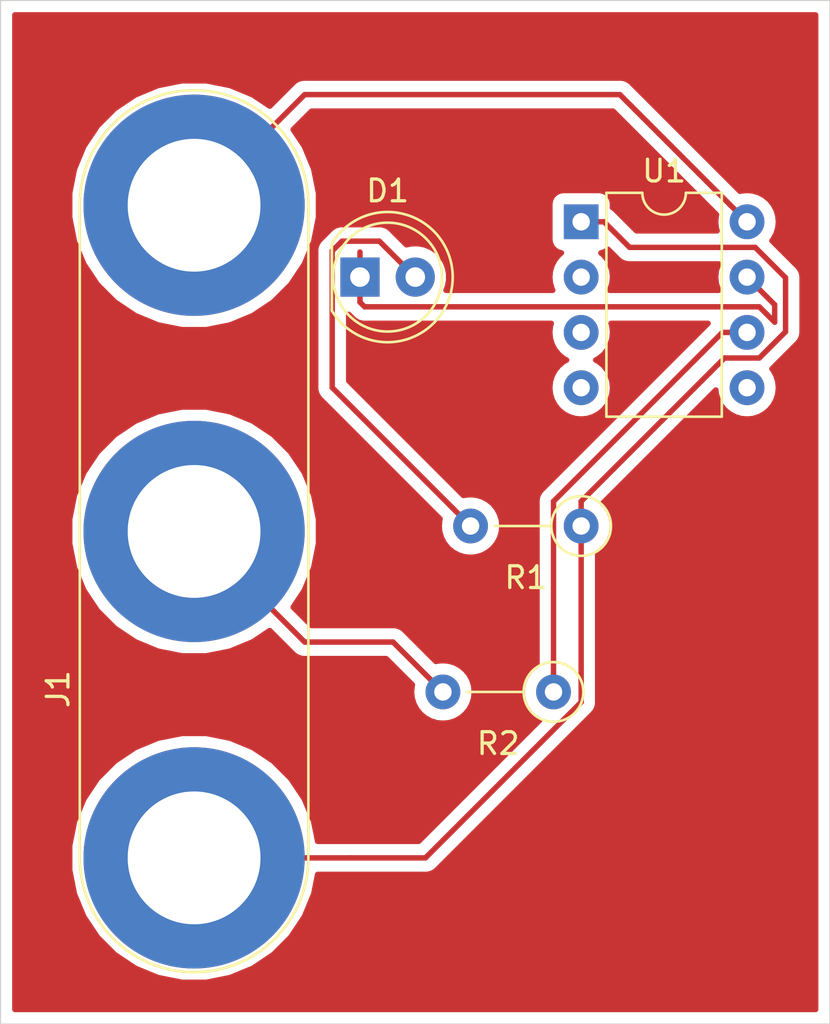
<source format=kicad_pcb>
(kicad_pcb (version 20171130) (host pcbnew "(5.1.4)-1")

  (general
    (thickness 1.6)
    (drawings 4)
    (tracks 38)
    (zones 0)
    (modules 5)
    (nets 11)
  )

  (page A4)
  (title_block
    (title tutor1)
  )

  (layers
    (0 F.Cu signal)
    (31 B.Cu signal)
    (32 B.Adhes user)
    (33 F.Adhes user)
    (34 B.Paste user)
    (35 F.Paste user)
    (36 B.SilkS user)
    (37 F.SilkS user)
    (38 B.Mask user)
    (39 F.Mask user)
    (40 Dwgs.User user)
    (41 Cmts.User user)
    (42 Eco1.User user)
    (43 Eco2.User user)
    (44 Edge.Cuts user)
    (45 Margin user)
    (46 B.CrtYd user)
    (47 F.CrtYd user)
    (48 B.Fab user)
    (49 F.Fab user)
  )

  (setup
    (last_trace_width 0.25)
    (trace_clearance 0.25)
    (zone_clearance 0.508)
    (zone_45_only no)
    (trace_min 0.25)
    (via_size 0.6)
    (via_drill 0.4)
    (via_min_size 0.4)
    (via_min_drill 0.3)
    (uvia_size 0.3)
    (uvia_drill 0.1)
    (uvias_allowed no)
    (uvia_min_size 0.2)
    (uvia_min_drill 0.1)
    (edge_width 0.05)
    (segment_width 0.2)
    (pcb_text_width 0.3)
    (pcb_text_size 1.5 1.5)
    (mod_edge_width 0.12)
    (mod_text_size 1 1)
    (mod_text_width 0.15)
    (pad_size 1.524 1.524)
    (pad_drill 0.762)
    (pad_to_mask_clearance 0.051)
    (solder_mask_min_width 0.25)
    (aux_axis_origin 0 0)
    (visible_elements FFFFFF7F)
    (pcbplotparams
      (layerselection 0x010fc_ffffffff)
      (usegerberextensions false)
      (usegerberattributes false)
      (usegerberadvancedattributes false)
      (creategerberjobfile false)
      (excludeedgelayer true)
      (linewidth 0.100000)
      (plotframeref false)
      (viasonmask false)
      (mode 1)
      (useauxorigin false)
      (hpglpennumber 1)
      (hpglpenspeed 20)
      (hpglpendiameter 15.000000)
      (psnegative false)
      (psa4output false)
      (plotreference true)
      (plotvalue true)
      (plotinvisibletext false)
      (padsonsilk false)
      (subtractmaskfromsilk false)
      (outputformat 1)
      (mirror false)
      (drillshape 1)
      (scaleselection 1)
      (outputdirectory ""))
  )

  (net 0 "")
  (net 1 /uCtoLED)
  (net 2 /LEDtoR)
  (net 3 VCC)
  (net 4 GND)
  (net 5 "Net-(J1-Pad2)")
  (net 6 /INPUT)
  (net 7 "Net-(U1-Pad5)")
  (net 8 "Net-(U1-Pad2)")
  (net 9 "Net-(U1-Pad3)")
  (net 10 "Net-(U1-Pad4)")

  (net_class Default "これはデフォルトのネット クラスです。"
    (clearance 0.25)
    (trace_width 0.25)
    (via_dia 0.6)
    (via_drill 0.4)
    (uvia_dia 0.3)
    (uvia_drill 0.1)
    (diff_pair_width 0.25)
    (diff_pair_gap 0.25)
    (add_net /INPUT)
    (add_net /LEDtoR)
    (add_net /uCtoLED)
    (add_net GND)
    (add_net "Net-(J1-Pad2)")
    (add_net "Net-(U1-Pad2)")
    (add_net "Net-(U1-Pad3)")
    (add_net "Net-(U1-Pad4)")
    (add_net "Net-(U1-Pad5)")
    (add_net VCC)
  )

  (module LED_THT:LED_D5.0mm (layer F.Cu) (tedit 5995936A) (tstamp 5DC31347)
    (at 63.5 115.57)
    (descr "LED, diameter 5.0mm, 2 pins, http://cdn-reichelt.de/documents/datenblatt/A500/LL-504BC2E-009.pdf")
    (tags "LED diameter 5.0mm 2 pins")
    (path /5DC12B79)
    (fp_text reference D1 (at 1.27 -3.96) (layer F.SilkS)
      (effects (font (size 1 1) (thickness 0.15)))
    )
    (fp_text value LED (at 1.27 3.96) (layer F.Fab)
      (effects (font (size 1 1) (thickness 0.15)))
    )
    (fp_arc (start 1.27 0) (end -1.23 -1.469694) (angle 299.1) (layer F.Fab) (width 0.1))
    (fp_arc (start 1.27 0) (end -1.29 -1.54483) (angle 148.9) (layer F.SilkS) (width 0.12))
    (fp_arc (start 1.27 0) (end -1.29 1.54483) (angle -148.9) (layer F.SilkS) (width 0.12))
    (fp_circle (center 1.27 0) (end 3.77 0) (layer F.Fab) (width 0.1))
    (fp_circle (center 1.27 0) (end 3.77 0) (layer F.SilkS) (width 0.12))
    (fp_line (start -1.23 -1.469694) (end -1.23 1.469694) (layer F.Fab) (width 0.1))
    (fp_line (start -1.29 -1.545) (end -1.29 1.545) (layer F.SilkS) (width 0.12))
    (fp_line (start -1.95 -3.25) (end -1.95 3.25) (layer F.CrtYd) (width 0.05))
    (fp_line (start -1.95 3.25) (end 4.5 3.25) (layer F.CrtYd) (width 0.05))
    (fp_line (start 4.5 3.25) (end 4.5 -3.25) (layer F.CrtYd) (width 0.05))
    (fp_line (start 4.5 -3.25) (end -1.95 -3.25) (layer F.CrtYd) (width 0.05))
    (fp_text user %R (at 1.27 -1.27) (layer F.Fab)
      (effects (font (size 0.8 0.8) (thickness 0.2)))
    )
    (pad 1 thru_hole rect (at 0 0) (size 1.8 1.8) (drill 0.9) (layers *.Cu *.Mask)
      (net 1 /uCtoLED))
    (pad 2 thru_hole circle (at 2.54 0) (size 1.8 1.8) (drill 0.9) (layers *.Cu *.Mask)
      (net 2 /LEDtoR))
    (model ${KISYS3DMOD}/LED_THT.3dshapes/LED_D5.0mm.wrl
      (at (xyz 0 0 0))
      (scale (xyz 1 1 1))
      (rotate (xyz 0 0 0))
    )
  )

  (module Connector:Banana_Jack_3Pin (layer F.Cu) (tedit 5A1AB217) (tstamp 5DC3135D)
    (at 55.88 142.24 90)
    (descr "Triple banana socket, footprint - 3 x 6mm drills")
    (tags "banana socket")
    (path /5DC2D9C6)
    (fp_text reference J1 (at 7.75 -6.25 90) (layer F.SilkS)
      (effects (font (size 1 1) (thickness 0.15)))
    )
    (fp_text value MYCONN3 (at 22.5 -6.25 90) (layer F.Fab)
      (effects (font (size 1 1) (thickness 0.15)))
    )
    (fp_text user %R (at 14.99 0 90) (layer F.Fab)
      (effects (font (size 0.8 0.8) (thickness 0.12)))
    )
    (fp_line (start 30 5.5) (end 0 5.5) (layer F.CrtYd) (width 0.05))
    (fp_line (start 0 -5.5) (end 30 -5.5) (layer F.CrtYd) (width 0.05))
    (fp_line (start 0 5.25) (end 30 5.25) (layer F.SilkS) (width 0.12))
    (fp_line (start 30 -5.25) (end 0 -5.25) (layer F.SilkS) (width 0.12))
    (fp_circle (center 30 0) (end 30 -2) (layer F.Fab) (width 0.1))
    (fp_circle (center 30 0) (end 30 -4.75) (layer F.Fab) (width 0.1))
    (fp_circle (center 15 0) (end 19.75 0) (layer F.Fab) (width 0.1))
    (fp_circle (center 15 0) (end 17 0) (layer F.Fab) (width 0.1))
    (fp_circle (center 0 0) (end 4.75 0) (layer F.Fab) (width 0.1))
    (fp_circle (center 0 0) (end 2 0) (layer F.Fab) (width 0.1))
    (fp_arc (start 0 0) (end 0 5.5) (angle 180) (layer F.CrtYd) (width 0.05))
    (fp_arc (start 30 0) (end 30 -5.5) (angle 180) (layer F.CrtYd) (width 0.05))
    (fp_arc (start 30 0) (end 30 -5.25) (angle 180) (layer F.SilkS) (width 0.12))
    (fp_arc (start 0 0) (end 0 5.25) (angle 180) (layer F.SilkS) (width 0.12))
    (pad 1 thru_hole circle (at 0 0 90) (size 10.16 10.16) (drill 6.1) (layers *.Cu *.Mask)
      (net 3 VCC))
    (pad 3 thru_hole circle (at 29.97 0 90) (size 10.16 10.16) (drill 6.1) (layers *.Cu *.Mask)
      (net 4 GND))
    (pad 2 thru_hole circle (at 14.99 0 90) (size 10.16 10.16) (drill 6.1) (layers *.Cu *.Mask)
      (net 5 "Net-(J1-Pad2)"))
    (model ${KISYS3DMOD}/Connector.3dshapes/Banana_Jack_3Pin.wrl
      (offset (xyz 14.9999997746626 0 0))
      (scale (xyz 2 2 2))
      (rotate (xyz 0 0 0))
    )
  )

  (module Resistor_THT:R_Axial_DIN0207_L6.3mm_D2.5mm_P5.08mm_Vertical (layer F.Cu) (tedit 5AE5139B) (tstamp 5DC3136C)
    (at 73.66 127 180)
    (descr "Resistor, Axial_DIN0207 series, Axial, Vertical, pin pitch=5.08mm, 0.25W = 1/4W, length*diameter=6.3*2.5mm^2, http://cdn-reichelt.de/documents/datenblatt/B400/1_4W%23YAG.pdf")
    (tags "Resistor Axial_DIN0207 series Axial Vertical pin pitch 5.08mm 0.25W = 1/4W length 6.3mm diameter 2.5mm")
    (path /5DC083C7)
    (fp_text reference R1 (at 2.54 -2.37) (layer F.SilkS)
      (effects (font (size 1 1) (thickness 0.15)))
    )
    (fp_text value 1k (at 2.54 2.37) (layer F.Fab)
      (effects (font (size 1 1) (thickness 0.15)))
    )
    (fp_circle (center 0 0) (end 1.25 0) (layer F.Fab) (width 0.1))
    (fp_circle (center 0 0) (end 1.37 0) (layer F.SilkS) (width 0.12))
    (fp_line (start 0 0) (end 5.08 0) (layer F.Fab) (width 0.1))
    (fp_line (start 1.37 0) (end 3.98 0) (layer F.SilkS) (width 0.12))
    (fp_line (start -1.5 -1.5) (end -1.5 1.5) (layer F.CrtYd) (width 0.05))
    (fp_line (start -1.5 1.5) (end 6.13 1.5) (layer F.CrtYd) (width 0.05))
    (fp_line (start 6.13 1.5) (end 6.13 -1.5) (layer F.CrtYd) (width 0.05))
    (fp_line (start 6.13 -1.5) (end -1.5 -1.5) (layer F.CrtYd) (width 0.05))
    (fp_text user %R (at 2.54 -2.37) (layer F.Fab)
      (effects (font (size 1 1) (thickness 0.15)))
    )
    (pad 1 thru_hole circle (at 0 0 180) (size 1.6 1.6) (drill 0.8) (layers *.Cu *.Mask)
      (net 3 VCC))
    (pad 2 thru_hole oval (at 5.08 0 180) (size 1.6 1.6) (drill 0.8) (layers *.Cu *.Mask)
      (net 2 /LEDtoR))
    (model ${KISYS3DMOD}/Resistor_THT.3dshapes/R_Axial_DIN0207_L6.3mm_D2.5mm_P5.08mm_Vertical.wrl
      (at (xyz 0 0 0))
      (scale (xyz 1 1 1))
      (rotate (xyz 0 0 0))
    )
  )

  (module Resistor_THT:R_Axial_DIN0207_L6.3mm_D2.5mm_P5.08mm_Vertical (layer F.Cu) (tedit 5AE5139B) (tstamp 5DC3137B)
    (at 72.39 134.62 180)
    (descr "Resistor, Axial_DIN0207 series, Axial, Vertical, pin pitch=5.08mm, 0.25W = 1/4W, length*diameter=6.3*2.5mm^2, http://cdn-reichelt.de/documents/datenblatt/B400/1_4W%23YAG.pdf")
    (tags "Resistor Axial_DIN0207 series Axial Vertical pin pitch 5.08mm 0.25W = 1/4W length 6.3mm diameter 2.5mm")
    (path /5DC09AF4)
    (fp_text reference R2 (at 2.54 -2.37) (layer F.SilkS)
      (effects (font (size 1 1) (thickness 0.15)))
    )
    (fp_text value 100 (at 2.54 2.37) (layer F.Fab)
      (effects (font (size 1 1) (thickness 0.15)))
    )
    (fp_text user %R (at 2.54 -2.37) (layer F.Fab)
      (effects (font (size 1 1) (thickness 0.15)))
    )
    (fp_line (start 6.13 -1.5) (end -1.5 -1.5) (layer F.CrtYd) (width 0.05))
    (fp_line (start 6.13 1.5) (end 6.13 -1.5) (layer F.CrtYd) (width 0.05))
    (fp_line (start -1.5 1.5) (end 6.13 1.5) (layer F.CrtYd) (width 0.05))
    (fp_line (start -1.5 -1.5) (end -1.5 1.5) (layer F.CrtYd) (width 0.05))
    (fp_line (start 1.37 0) (end 3.98 0) (layer F.SilkS) (width 0.12))
    (fp_line (start 0 0) (end 5.08 0) (layer F.Fab) (width 0.1))
    (fp_circle (center 0 0) (end 1.37 0) (layer F.SilkS) (width 0.12))
    (fp_circle (center 0 0) (end 1.25 0) (layer F.Fab) (width 0.1))
    (pad 2 thru_hole oval (at 5.08 0 180) (size 1.6 1.6) (drill 0.8) (layers *.Cu *.Mask)
      (net 5 "Net-(J1-Pad2)"))
    (pad 1 thru_hole circle (at 0 0 180) (size 1.6 1.6) (drill 0.8) (layers *.Cu *.Mask)
      (net 6 /INPUT))
    (model ${KISYS3DMOD}/Resistor_THT.3dshapes/R_Axial_DIN0207_L6.3mm_D2.5mm_P5.08mm_Vertical.wrl
      (at (xyz 0 0 0))
      (scale (xyz 1 1 1))
      (rotate (xyz 0 0 0))
    )
  )

  (module Package_DIP:DIP-8_W7.62mm (layer F.Cu) (tedit 5A02E8C5) (tstamp 5DC31397)
    (at 73.66 113.03)
    (descr "8-lead though-hole mounted DIP package, row spacing 7.62 mm (300 mils)")
    (tags "THT DIP DIL PDIP 2.54mm 7.62mm 300mil")
    (path /5DC0B58A)
    (fp_text reference U1 (at 3.81 -2.33) (layer F.SilkS)
      (effects (font (size 1 1) (thickness 0.15)))
    )
    (fp_text value PIC12C508A-ISN (at 3.81 9.95) (layer F.Fab)
      (effects (font (size 1 1) (thickness 0.15)))
    )
    (fp_arc (start 3.81 -1.33) (end 2.81 -1.33) (angle -180) (layer F.SilkS) (width 0.12))
    (fp_line (start 1.635 -1.27) (end 6.985 -1.27) (layer F.Fab) (width 0.1))
    (fp_line (start 6.985 -1.27) (end 6.985 8.89) (layer F.Fab) (width 0.1))
    (fp_line (start 6.985 8.89) (end 0.635 8.89) (layer F.Fab) (width 0.1))
    (fp_line (start 0.635 8.89) (end 0.635 -0.27) (layer F.Fab) (width 0.1))
    (fp_line (start 0.635 -0.27) (end 1.635 -1.27) (layer F.Fab) (width 0.1))
    (fp_line (start 2.81 -1.33) (end 1.16 -1.33) (layer F.SilkS) (width 0.12))
    (fp_line (start 1.16 -1.33) (end 1.16 8.95) (layer F.SilkS) (width 0.12))
    (fp_line (start 1.16 8.95) (end 6.46 8.95) (layer F.SilkS) (width 0.12))
    (fp_line (start 6.46 8.95) (end 6.46 -1.33) (layer F.SilkS) (width 0.12))
    (fp_line (start 6.46 -1.33) (end 4.81 -1.33) (layer F.SilkS) (width 0.12))
    (fp_line (start -1.1 -1.55) (end -1.1 9.15) (layer F.CrtYd) (width 0.05))
    (fp_line (start -1.1 9.15) (end 8.7 9.15) (layer F.CrtYd) (width 0.05))
    (fp_line (start 8.7 9.15) (end 8.7 -1.55) (layer F.CrtYd) (width 0.05))
    (fp_line (start 8.7 -1.55) (end -1.1 -1.55) (layer F.CrtYd) (width 0.05))
    (fp_text user %R (at 3.954999 4.154999) (layer F.Fab)
      (effects (font (size 1 1) (thickness 0.15)))
    )
    (pad 1 thru_hole rect (at 0 0) (size 1.6 1.6) (drill 0.8) (layers *.Cu *.Mask)
      (net 3 VCC))
    (pad 5 thru_hole oval (at 7.62 7.62) (size 1.6 1.6) (drill 0.8) (layers *.Cu *.Mask)
      (net 7 "Net-(U1-Pad5)"))
    (pad 2 thru_hole oval (at 0 2.54) (size 1.6 1.6) (drill 0.8) (layers *.Cu *.Mask)
      (net 8 "Net-(U1-Pad2)"))
    (pad 6 thru_hole oval (at 7.62 5.08) (size 1.6 1.6) (drill 0.8) (layers *.Cu *.Mask)
      (net 6 /INPUT))
    (pad 3 thru_hole oval (at 0 5.08) (size 1.6 1.6) (drill 0.8) (layers *.Cu *.Mask)
      (net 9 "Net-(U1-Pad3)"))
    (pad 7 thru_hole oval (at 7.62 2.54) (size 1.6 1.6) (drill 0.8) (layers *.Cu *.Mask)
      (net 1 /uCtoLED))
    (pad 4 thru_hole oval (at 0 7.62) (size 1.6 1.6) (drill 0.8) (layers *.Cu *.Mask)
      (net 10 "Net-(U1-Pad4)"))
    (pad 8 thru_hole oval (at 7.62 0) (size 1.6 1.6) (drill 0.8) (layers *.Cu *.Mask)
      (net 4 GND))
    (model ${KISYS3DMOD}/Package_DIP.3dshapes/DIP-8_W7.62mm.wrl
      (at (xyz 0 0 0))
      (scale (xyz 1 1 1))
      (rotate (xyz 0 0 0))
    )
  )

  (gr_line (start 85.09 102.87) (end 46.99 102.87) (layer Edge.Cuts) (width 0.05) (tstamp 5DC31BBE))
  (gr_line (start 85.09 149.86) (end 85.09 102.87) (layer Edge.Cuts) (width 0.05))
  (gr_line (start 46.99 149.86) (end 85.09 149.86) (layer Edge.Cuts) (width 0.05))
  (gr_line (start 46.99 102.87) (end 46.99 149.86) (layer Edge.Cuts) (width 0.05))

  (segment (start 63.5 116.72) (end 63.5 115.57) (width 0.25) (layer F.Cu) (net 1))
  (segment (start 63.714999 116.934999) (end 63.5 116.72) (width 0.25) (layer F.Cu) (net 1))
  (segment (start 81.844001 116.934999) (end 63.714999 116.934999) (width 0.25) (layer F.Cu) (net 1))
  (segment (start 82.55 117.640998) (end 81.844001 116.934999) (width 0.25) (layer F.Cu) (net 1))
  (segment (start 82.55 116.84) (end 82.55 117.640998) (width 0.25) (layer F.Cu) (net 1))
  (segment (start 81.28 115.57) (end 82.55 116.84) (width 0.25) (layer F.Cu) (net 1))
  (segment (start 63.5 115.57) (end 63.5 114.42) (width 0.25) (layer F.Cu) (net 1))
  (segment (start 67.780001 126.200001) (end 68.58 127) (width 0.25) (layer F.Cu) (net 2))
  (segment (start 62.224999 120.644999) (end 67.780001 126.200001) (width 0.25) (layer F.Cu) (net 2))
  (segment (start 62.224999 114.369999) (end 62.224999 120.644999) (width 0.25) (layer F.Cu) (net 2))
  (segment (start 62.675008 113.91999) (end 62.224999 114.369999) (width 0.25) (layer F.Cu) (net 2))
  (segment (start 64.38999 113.91999) (end 62.675008 113.91999) (width 0.25) (layer F.Cu) (net 2))
  (segment (start 66.04 115.57) (end 64.38999 113.91999) (width 0.25) (layer F.Cu) (net 2))
  (segment (start 55.88 142.24) (end 55.88 143.51) (width 0.25) (layer F.Cu) (net 3))
  (segment (start 74.71 113.03) (end 73.66 113.03) (width 0.25) (layer F.Cu) (net 3))
  (segment (start 81.654003 114.205001) (end 75.885001 114.205001) (width 0.25) (layer F.Cu) (net 3))
  (segment (start 83.05001 115.601008) (end 81.654003 114.205001) (width 0.25) (layer F.Cu) (net 3))
  (segment (start 75.885001 114.205001) (end 74.71 113.03) (width 0.25) (layer F.Cu) (net 3))
  (segment (start 83.05001 118.078992) (end 83.05001 115.601008) (width 0.25) (layer F.Cu) (net 3))
  (segment (start 81.844001 119.285001) (end 83.05001 118.078992) (width 0.25) (layer F.Cu) (net 3))
  (segment (start 80.243629 119.285001) (end 81.844001 119.285001) (width 0.25) (layer F.Cu) (net 3))
  (segment (start 73.66 125.86863) (end 80.243629 119.285001) (width 0.25) (layer F.Cu) (net 3))
  (segment (start 73.66 127) (end 73.66 125.86863) (width 0.25) (layer F.Cu) (net 3))
  (segment (start 63.064204 142.24) (end 55.88 142.24) (width 0.25) (layer F.Cu) (net 3))
  (segment (start 66.509002 142.24) (end 63.064204 142.24) (width 0.25) (layer F.Cu) (net 3))
  (segment (start 73.66 135.089002) (end 66.509002 142.24) (width 0.25) (layer F.Cu) (net 3))
  (segment (start 73.66 127) (end 73.66 135.089002) (width 0.25) (layer F.Cu) (net 3))
  (segment (start 80.480001 112.230001) (end 81.28 113.03) (width 0.25) (layer F.Cu) (net 4))
  (segment (start 75.440001 107.190001) (end 80.480001 112.230001) (width 0.25) (layer F.Cu) (net 4))
  (segment (start 60.959999 107.190001) (end 75.440001 107.190001) (width 0.25) (layer F.Cu) (net 4))
  (segment (start 55.88 112.27) (end 60.959999 107.190001) (width 0.25) (layer F.Cu) (net 4))
  (segment (start 66.510001 133.820001) (end 67.31 134.62) (width 0.25) (layer F.Cu) (net 5))
  (segment (start 65.019999 132.329999) (end 66.510001 133.820001) (width 0.25) (layer F.Cu) (net 5))
  (segment (start 60.959999 132.329999) (end 65.019999 132.329999) (width 0.25) (layer F.Cu) (net 5))
  (segment (start 55.88 127.25) (end 60.959999 132.329999) (width 0.25) (layer F.Cu) (net 5))
  (segment (start 80.14863 118.11) (end 81.28 118.11) (width 0.25) (layer F.Cu) (net 6))
  (segment (start 72.39 125.86863) (end 80.14863 118.11) (width 0.25) (layer F.Cu) (net 6))
  (segment (start 72.39 134.62) (end 72.39 125.86863) (width 0.25) (layer F.Cu) (net 6))

  (zone (net 0) (net_name "") (layer F.Cu) (tstamp 5DC31E81) (hatch edge 0.508)
    (connect_pads (clearance 0.508))
    (min_thickness 0.254)
    (fill yes (arc_segments 32) (thermal_gap 0.508) (thermal_bridge_width 0.508))
    (polygon
      (pts
        (xy 46.99 102.87) (xy 46.99 149.86) (xy 85.09 149.86) (xy 85.09 102.87)
      )
    )
    (filled_polygon
      (pts
        (xy 84.43 149.2) (xy 47.65 149.2) (xy 47.65 126.687122) (xy 50.165 126.687122) (xy 50.165 127.812878)
        (xy 50.384625 128.917004) (xy 50.815433 129.957067) (xy 51.44087 130.8931) (xy 52.2369 131.68913) (xy 53.172933 132.314567)
        (xy 54.212996 132.745375) (xy 55.317122 132.965) (xy 56.442878 132.965) (xy 57.547004 132.745375) (xy 58.587067 132.314567)
        (xy 59.355988 131.800791) (xy 60.396204 132.841007) (xy 60.419998 132.87) (xy 60.448991 132.893794) (xy 60.448995 132.893798)
        (xy 60.519684 132.95181) (xy 60.535723 132.964973) (xy 60.667752 133.035545) (xy 60.811013 133.079002) (xy 60.922666 133.089999)
        (xy 60.922675 133.089999) (xy 60.959998 133.093675) (xy 60.997321 133.089999) (xy 64.705198 133.089999) (xy 65.909292 134.294094)
        (xy 65.895764 134.338691) (xy 65.868057 134.62) (xy 65.895764 134.901309) (xy 65.977818 135.171808) (xy 66.111068 135.421101)
        (xy 66.290392 135.639608) (xy 66.508899 135.818932) (xy 66.758192 135.952182) (xy 67.028691 136.034236) (xy 67.239508 136.055)
        (xy 67.380492 136.055) (xy 67.591309 136.034236) (xy 67.861808 135.952182) (xy 68.111101 135.818932) (xy 68.329608 135.639608)
        (xy 68.508932 135.421101) (xy 68.642182 135.171808) (xy 68.724236 134.901309) (xy 68.751943 134.62) (xy 68.724236 134.338691)
        (xy 68.642182 134.068192) (xy 68.508932 133.818899) (xy 68.329608 133.600392) (xy 68.111101 133.421068) (xy 67.861808 133.287818)
        (xy 67.591309 133.205764) (xy 67.380492 133.185) (xy 67.239508 133.185) (xy 67.028691 133.205764) (xy 66.984094 133.219292)
        (xy 65.583803 131.819002) (xy 65.56 131.789998) (xy 65.444275 131.695025) (xy 65.312246 131.624453) (xy 65.168985 131.580996)
        (xy 65.057332 131.569999) (xy 65.057321 131.569999) (xy 65.019999 131.566323) (xy 64.982677 131.569999) (xy 61.274802 131.569999)
        (xy 60.430791 130.725988) (xy 60.944567 129.957067) (xy 61.375375 128.917004) (xy 61.595 127.812878) (xy 61.595 126.687122)
        (xy 61.375375 125.582996) (xy 60.944567 124.542933) (xy 60.31913 123.6069) (xy 59.5231 122.81087) (xy 58.587067 122.185433)
        (xy 57.547004 121.754625) (xy 56.442878 121.535) (xy 55.317122 121.535) (xy 54.212996 121.754625) (xy 53.172933 122.185433)
        (xy 52.2369 122.81087) (xy 51.44087 123.6069) (xy 50.815433 124.542933) (xy 50.384625 125.582996) (xy 50.165 126.687122)
        (xy 47.65 126.687122) (xy 47.65 111.707122) (xy 50.165 111.707122) (xy 50.165 112.832878) (xy 50.384625 113.937004)
        (xy 50.815433 114.977067) (xy 51.44087 115.9131) (xy 52.2369 116.70913) (xy 53.172933 117.334567) (xy 54.212996 117.765375)
        (xy 55.317122 117.985) (xy 56.442878 117.985) (xy 57.547004 117.765375) (xy 58.587067 117.334567) (xy 59.5231 116.70913)
        (xy 60.31913 115.9131) (xy 60.944567 114.977067) (xy 61.375375 113.937004) (xy 61.595 112.832878) (xy 61.595 111.707122)
        (xy 61.375375 110.602996) (xy 60.944567 109.562933) (xy 60.430791 108.794012) (xy 61.274802 107.950001) (xy 75.1252 107.950001)
        (xy 79.879292 112.704094) (xy 79.865764 112.748691) (xy 79.838057 113.03) (xy 79.865764 113.311309) (xy 79.906319 113.445001)
        (xy 76.199803 113.445001) (xy 75.273804 112.519003) (xy 75.250001 112.489999) (xy 75.134276 112.395026) (xy 75.098072 112.375674)
        (xy 75.098072 112.23) (xy 75.085812 112.105518) (xy 75.049502 111.98582) (xy 74.990537 111.875506) (xy 74.911185 111.778815)
        (xy 74.814494 111.699463) (xy 74.70418 111.640498) (xy 74.584482 111.604188) (xy 74.46 111.591928) (xy 72.86 111.591928)
        (xy 72.735518 111.604188) (xy 72.61582 111.640498) (xy 72.505506 111.699463) (xy 72.408815 111.778815) (xy 72.329463 111.875506)
        (xy 72.270498 111.98582) (xy 72.234188 112.105518) (xy 72.221928 112.23) (xy 72.221928 113.83) (xy 72.234188 113.954482)
        (xy 72.270498 114.07418) (xy 72.329463 114.184494) (xy 72.408815 114.281185) (xy 72.505506 114.360537) (xy 72.61582 114.419502)
        (xy 72.735518 114.455812) (xy 72.753482 114.457581) (xy 72.640392 114.550392) (xy 72.461068 114.768899) (xy 72.327818 115.018192)
        (xy 72.245764 115.288691) (xy 72.218057 115.57) (xy 72.245764 115.851309) (xy 72.327818 116.121808) (xy 72.356249 116.174999)
        (xy 67.450873 116.174999) (xy 67.516011 116.017743) (xy 67.575 115.721184) (xy 67.575 115.418816) (xy 67.516011 115.122257)
        (xy 67.400299 114.842905) (xy 67.232312 114.591495) (xy 67.018505 114.377688) (xy 66.767095 114.209701) (xy 66.487743 114.093989)
        (xy 66.191184 114.035) (xy 65.888816 114.035) (xy 65.63107 114.086269) (xy 64.953794 113.408993) (xy 64.929991 113.379989)
        (xy 64.814266 113.285016) (xy 64.682237 113.214444) (xy 64.538976 113.170987) (xy 64.427323 113.15999) (xy 64.427312 113.15999)
        (xy 64.38999 113.156314) (xy 64.352668 113.15999) (xy 62.712331 113.15999) (xy 62.675008 113.156314) (xy 62.637685 113.15999)
        (xy 62.637675 113.15999) (xy 62.526022 113.170987) (xy 62.382761 113.214444) (xy 62.250732 113.285016) (xy 62.135007 113.379989)
        (xy 62.111204 113.408993) (xy 61.714002 113.806195) (xy 61.684998 113.829998) (xy 61.643964 113.879999) (xy 61.590025 113.945723)
        (xy 61.563299 113.995724) (xy 61.519453 114.077753) (xy 61.475996 114.221014) (xy 61.464999 114.332667) (xy 61.464999 114.332677)
        (xy 61.461323 114.369999) (xy 61.464999 114.407322) (xy 61.465 120.607667) (xy 61.461323 120.644999) (xy 61.475997 120.793984)
        (xy 61.519453 120.937245) (xy 61.590025 121.069275) (xy 61.6612 121.156001) (xy 61.684999 121.185) (xy 61.713997 121.208798)
        (xy 67.179292 126.674094) (xy 67.165764 126.718691) (xy 67.138057 127) (xy 67.165764 127.281309) (xy 67.247818 127.551808)
        (xy 67.381068 127.801101) (xy 67.560392 128.019608) (xy 67.778899 128.198932) (xy 68.028192 128.332182) (xy 68.298691 128.414236)
        (xy 68.509508 128.435) (xy 68.650492 128.435) (xy 68.861309 128.414236) (xy 69.131808 128.332182) (xy 69.381101 128.198932)
        (xy 69.599608 128.019608) (xy 69.778932 127.801101) (xy 69.912182 127.551808) (xy 69.994236 127.281309) (xy 70.021943 127)
        (xy 69.994236 126.718691) (xy 69.912182 126.448192) (xy 69.778932 126.198899) (xy 69.599608 125.980392) (xy 69.381101 125.801068)
        (xy 69.131808 125.667818) (xy 68.861309 125.585764) (xy 68.650492 125.565) (xy 68.509508 125.565) (xy 68.298691 125.585764)
        (xy 68.254094 125.599292) (xy 62.984999 120.330198) (xy 62.984999 117.280518) (xy 62.989003 117.283804) (xy 63.151195 117.445996)
        (xy 63.174998 117.475) (xy 63.290723 117.569973) (xy 63.422752 117.640545) (xy 63.469472 117.654717) (xy 63.566013 117.684002)
        (xy 63.714999 117.698676) (xy 63.752332 117.694999) (xy 72.286319 117.694999) (xy 72.245764 117.828691) (xy 72.218057 118.11)
        (xy 72.245764 118.391309) (xy 72.327818 118.661808) (xy 72.461068 118.911101) (xy 72.640392 119.129608) (xy 72.858899 119.308932)
        (xy 72.991858 119.38) (xy 72.858899 119.451068) (xy 72.640392 119.630392) (xy 72.461068 119.848899) (xy 72.327818 120.098192)
        (xy 72.245764 120.368691) (xy 72.218057 120.65) (xy 72.245764 120.931309) (xy 72.327818 121.201808) (xy 72.461068 121.451101)
        (xy 72.640392 121.669608) (xy 72.858899 121.848932) (xy 73.108192 121.982182) (xy 73.378691 122.064236) (xy 73.589508 122.085)
        (xy 73.730492 122.085) (xy 73.941309 122.064236) (xy 74.211808 121.982182) (xy 74.461101 121.848932) (xy 74.679608 121.669608)
        (xy 74.858932 121.451101) (xy 74.992182 121.201808) (xy 75.074236 120.931309) (xy 75.101943 120.65) (xy 75.074236 120.368691)
        (xy 74.992182 120.098192) (xy 74.858932 119.848899) (xy 74.679608 119.630392) (xy 74.461101 119.451068) (xy 74.328142 119.38)
        (xy 74.461101 119.308932) (xy 74.679608 119.129608) (xy 74.858932 118.911101) (xy 74.992182 118.661808) (xy 75.074236 118.391309)
        (xy 75.101943 118.11) (xy 75.074236 117.828691) (xy 75.033681 117.694999) (xy 79.488829 117.694999) (xy 71.878998 125.304831)
        (xy 71.85 125.328629) (xy 71.826202 125.357627) (xy 71.826201 125.357628) (xy 71.755026 125.444354) (xy 71.684454 125.576384)
        (xy 71.666309 125.636202) (xy 71.640998 125.719644) (xy 71.632978 125.801068) (xy 71.626324 125.86863) (xy 71.630001 125.905962)
        (xy 71.63 133.401956) (xy 71.475241 133.505363) (xy 71.275363 133.705241) (xy 71.11832 133.940273) (xy 71.010147 134.201426)
        (xy 70.955 134.478665) (xy 70.955 134.761335) (xy 71.010147 135.038574) (xy 71.11832 135.299727) (xy 71.275363 135.534759)
        (xy 71.475241 135.734637) (xy 71.710273 135.89168) (xy 71.761359 135.912841) (xy 66.194201 141.48) (xy 61.55579 141.48)
        (xy 61.375375 140.572996) (xy 60.944567 139.532933) (xy 60.31913 138.5969) (xy 59.5231 137.80087) (xy 58.587067 137.175433)
        (xy 57.547004 136.744625) (xy 56.442878 136.525) (xy 55.317122 136.525) (xy 54.212996 136.744625) (xy 53.172933 137.175433)
        (xy 52.2369 137.80087) (xy 51.44087 138.5969) (xy 50.815433 139.532933) (xy 50.384625 140.572996) (xy 50.165 141.677122)
        (xy 50.165 142.802878) (xy 50.384625 143.907004) (xy 50.815433 144.947067) (xy 51.44087 145.8831) (xy 52.2369 146.67913)
        (xy 53.172933 147.304567) (xy 54.212996 147.735375) (xy 55.317122 147.955) (xy 56.442878 147.955) (xy 57.547004 147.735375)
        (xy 58.587067 147.304567) (xy 59.5231 146.67913) (xy 60.31913 145.8831) (xy 60.944567 144.947067) (xy 61.375375 143.907004)
        (xy 61.55579 143) (xy 66.47168 143) (xy 66.509002 143.003676) (xy 66.546324 143) (xy 66.546335 143)
        (xy 66.657988 142.989003) (xy 66.801249 142.945546) (xy 66.933278 142.874974) (xy 67.049003 142.780001) (xy 67.072806 142.750997)
        (xy 74.171003 135.652801) (xy 74.200001 135.629003) (xy 74.294974 135.513278) (xy 74.365546 135.381249) (xy 74.409003 135.237988)
        (xy 74.42 135.126335) (xy 74.42 135.126326) (xy 74.423676 135.089003) (xy 74.42 135.05168) (xy 74.42 128.218043)
        (xy 74.574759 128.114637) (xy 74.774637 127.914759) (xy 74.93168 127.679727) (xy 75.039853 127.418574) (xy 75.095 127.141335)
        (xy 75.095 126.858665) (xy 75.039853 126.581426) (xy 74.93168 126.320273) (xy 74.774637 126.085241) (xy 74.646414 125.957018)
        (xy 79.848402 120.755031) (xy 79.865764 120.931309) (xy 79.947818 121.201808) (xy 80.081068 121.451101) (xy 80.260392 121.669608)
        (xy 80.478899 121.848932) (xy 80.728192 121.982182) (xy 80.998691 122.064236) (xy 81.209508 122.085) (xy 81.350492 122.085)
        (xy 81.561309 122.064236) (xy 81.831808 121.982182) (xy 82.081101 121.848932) (xy 82.299608 121.669608) (xy 82.478932 121.451101)
        (xy 82.612182 121.201808) (xy 82.694236 120.931309) (xy 82.721943 120.65) (xy 82.694236 120.368691) (xy 82.612182 120.098192)
        (xy 82.478932 119.848899) (xy 82.423026 119.780777) (xy 83.561014 118.64279) (xy 83.590011 118.618993) (xy 83.684984 118.503268)
        (xy 83.755556 118.371239) (xy 83.799013 118.227978) (xy 83.81001 118.116325) (xy 83.81001 118.116316) (xy 83.813686 118.078993)
        (xy 83.81001 118.04167) (xy 83.81001 115.63833) (xy 83.813686 115.601007) (xy 83.81001 115.563684) (xy 83.81001 115.563675)
        (xy 83.799013 115.452022) (xy 83.755556 115.308761) (xy 83.738982 115.277753) (xy 83.684984 115.176731) (xy 83.613809 115.090005)
        (xy 83.590011 115.061007) (xy 83.561013 115.037209) (xy 82.423026 113.899223) (xy 82.478932 113.831101) (xy 82.612182 113.581808)
        (xy 82.694236 113.311309) (xy 82.721943 113.03) (xy 82.694236 112.748691) (xy 82.612182 112.478192) (xy 82.478932 112.228899)
        (xy 82.299608 112.010392) (xy 82.081101 111.831068) (xy 81.831808 111.697818) (xy 81.561309 111.615764) (xy 81.350492 111.595)
        (xy 81.209508 111.595) (xy 80.998691 111.615764) (xy 80.954094 111.629292) (xy 76.003805 106.679004) (xy 75.980002 106.65)
        (xy 75.864277 106.555027) (xy 75.732248 106.484455) (xy 75.588987 106.440998) (xy 75.477334 106.430001) (xy 75.477323 106.430001)
        (xy 75.440001 106.426325) (xy 75.402679 106.430001) (xy 60.997321 106.430001) (xy 60.959998 106.426325) (xy 60.922675 106.430001)
        (xy 60.922666 106.430001) (xy 60.811013 106.440998) (xy 60.667752 106.484455) (xy 60.535723 106.555027) (xy 60.535721 106.555028)
        (xy 60.535722 106.555028) (xy 60.448995 106.626202) (xy 60.448991 106.626206) (xy 60.419998 106.65) (xy 60.396204 106.678993)
        (xy 59.355988 107.719209) (xy 58.587067 107.205433) (xy 57.547004 106.774625) (xy 56.442878 106.555) (xy 55.317122 106.555)
        (xy 54.212996 106.774625) (xy 53.172933 107.205433) (xy 52.2369 107.83087) (xy 51.44087 108.6269) (xy 50.815433 109.562933)
        (xy 50.384625 110.602996) (xy 50.165 111.707122) (xy 47.65 111.707122) (xy 47.65 103.53) (xy 84.430001 103.53)
      )
    )
    (filled_polygon
      (pts
        (xy 75.321201 114.716003) (xy 75.345 114.745002) (xy 75.460725 114.839975) (xy 75.592754 114.910547) (xy 75.736015 114.954004)
        (xy 75.847668 114.965001) (xy 75.847677 114.965001) (xy 75.885 114.968677) (xy 75.922323 114.965001) (xy 79.976249 114.965001)
        (xy 79.947818 115.018192) (xy 79.865764 115.288691) (xy 79.838057 115.57) (xy 79.865764 115.851309) (xy 79.947818 116.121808)
        (xy 79.976249 116.174999) (xy 74.963751 116.174999) (xy 74.992182 116.121808) (xy 75.074236 115.851309) (xy 75.101943 115.57)
        (xy 75.074236 115.288691) (xy 74.992182 115.018192) (xy 74.858932 114.768899) (xy 74.679608 114.550392) (xy 74.566518 114.457581)
        (xy 74.584482 114.455812) (xy 74.70418 114.419502) (xy 74.814494 114.360537) (xy 74.897563 114.292364)
      )
    )
  )
)

</source>
